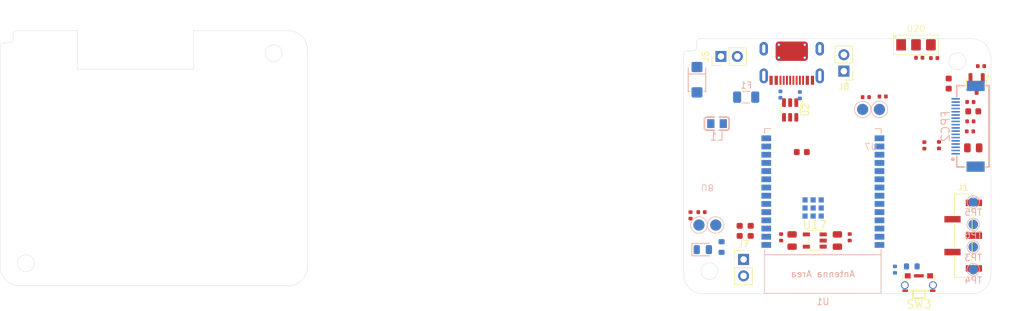
<source format=kicad_pcb>
(kicad_pcb (version 20241229) (generator "pcbnew") (generator_version "9.0")
  (layers (0 "F.Cu" signal) (2 "B.Cu" signal) (13 "F.Paste" user) (15 "B.Paste" user) (5 "F.SilkS" user "F.Silkscreen") (7 "B.SilkS" user "B.Silkscreen") (1 "F.Mask" user) (3 "B.Mask" user) (25 "Edge.Cuts" user))
  (net 0 "")
  (net 1 "+5V")
  (net 2 "GND")
  (net 3 "/VSYS")
  (net 4 "/BOOT")
  (net 5 "/EN")
  (net 6 "+3.3V")
  (net 7 "Net-(D1-Pad2)")
  (net 8 "Net-(D3-Pad2)")
  (net 9 "Net-(F1-Pad2)")
  (net 10 "Net-(F1-Pad1)")
  (net 11 "/LCD_MOSI")
  (net 12 "/LCD_DC")
  (net 13 "/TP_RST")
  (net 14 "/SCL")
  (net 15 "/TP_INT")
  (net 16 "/SDA")
  (net 17 "/LCD_CS")
  (net 18 "/LED_K")
  (net 19 "/LCD_RST")
  (net 20 "/LCD_SCLK")
  (net 21 "/D-")
  (net 22 "/D+")
  (net 24 "/CC1")
  (net 25 "/CC2")
  (net 27 "/PWM_LED")
  (net 28 "/SERVO_PWM")
  (net 29 "/INT_B")
  (net 30 "/PWR-KEY")
  (net 31 "Net-(Q4-D)")
  (net 32 "/LCD_BL")
  (net 33 "Net-(U20-B)")
  (net 34 "/Enc_B")
  (net 35 "Net-(U20-A)")
  (net 36 "/Enc_A")
  (net 37 "Net-(U1-U0TXD{slash}GPIO16)")
  (net 38 "Net-(U1-U0RXD{slash}GPIO17)")
  (net 41 "/USB_P")
  (net 43 "/USB_N")
  (footprint "PCM_JLCPCB:C_0603" (layer "F.Cu") (at 155.4 71.5 90)
    (property "Reference" "C12" (hide yes))
    (property "Value" "100nF")
    (pad "1" smd roundrect (at -0.78 0 90) (size 0.9 0.95) (layers "F.Cu" "F.Mask" "F.Paste") (net 6 "+3.3V"))
    (pad "2" smd roundrect (at 0.78 0 90) (size 0.9 0.95) (layers "F.Cu" "F.Mask" "F.Paste") (net 2 "GND"))
  )
  (footprint "PCM_JLCPCB:R_0402" (layer "F.Cu") (at 191.05 51.55)
    (property "Reference" "R22" (hide yes))
    (property "Value" "10kΩ" (hide yes))
    (pad "1" smd roundrect (at -0.5 0) (size 0.56 0.62) (layers "F.Cu" "F.Mask" "F.Paste") (net 18 "/LED_K"))
    (pad "2" smd roundrect (at 0.5 0) (size 0.56 0.62) (layers "F.Cu" "F.Mask" "F.Paste") (net 31 "Net-(Q4-D)"))
  )
  (footprint "ESP32_C6_libfoot:SOT-23-5_L3.0-W1.7-P0.95-LS2.8-BR" (layer "F.Cu") (at 167 73)
    (property "Reference" "U17" (at 0 -2.435 0) (layer "F.SilkS") (effects (font (size 1.27 1.27))))
    (property "Value" "ME6217C33M5G")
    (fp_line (start -0.9 -1.55) (end -0.9 -1.4041) (stroke (width 0.1)) (layer "F.SilkS"))
    (fp_line (start -0.9 -1.55) (end 0.9 -1.55) (stroke (width 0.1)) (layer "F.SilkS"))
    (fp_line (start -0.9 -0.4958) (end -0.9 0.4958) (stroke (width 0.1)) (layer "F.SilkS"))
    (fp_line (start -0.9 1.4041) (end -0.9 1.5501) (stroke (width 0.1)) (layer "F.SilkS"))
    (fp_line (start -0.9 1.5501) (end 0.9 1.5501) (stroke (width 0.1)) (layer "F.SilkS"))
    (fp_line (start 0.9 -1.55) (end 0.9 -1.4041) (stroke (width 0.1)) (layer "F.SilkS"))
    (fp_line (start 0.9 -0.4958) (end 0.9 -0.4542) (stroke (width 0.1)) (layer "F.SilkS"))
    (fp_line (start 0.9 0.4541) (end 0.9 0.4958) (stroke (width 0.1)) (layer "F.SilkS"))
    (fp_line (start 0.9 1.4041) (end 0.9 1.5501) (stroke (width 0.1)) (layer "F.SilkS"))
    (pad "1" smd rect (at 1.3001 0.95) (size 1.1 0.6) (layers "F.Cu" "F.Mask" "F.Paste") (net 3 "/VSYS"))
    (pad "2" smd rect (at 1.3001 0) (size 1.1 0.6) (layers "F.Cu" "F.Mask" "F.Paste") (net 2 "GND"))
    (pad "3" smd rect (at 1.3001 -0.95) (size 1.1 0.6) (layers "F.Cu" "F.Mask" "F.Paste") (net 3 "/VSYS"))
    (pad "4" smd rect (at -1.3001 -0.95) (size 1.1 0.6) (layers "F.Cu" "F.Mask" "F.Paste"))
    (pad "5" smd rect (at -1.3001 0.95) (size 1.1 0.6) (layers "F.Cu" "F.Mask" "F.Paste") (net 6 "+3.3V"))
    (zone (net 0) (net_name "") (layer "F.SilkS") (priority 100) (connect_pads yes (clearance 0)) (min_thickness 0) (fill (thermal_gap 0.5) (thermal_bridge_width 0.5))
      (polygon (pts (arc (start 167.204 74.016) (mid 167.381 73.836888) (end 167.558 74.016)) (arc (start 167.558 74.016) (mid 167.381 74.195112) (end 167.204 74.016))))
    )
  )
  (footprint "PCM_JLCPCB:R_0402" (layer "F.Cu") (at 177.5 50.7 180)
    (property "Reference" "R9" (hide yes))
    (property "Value" "10kΩ" (hide yes))
    (pad "1" smd roundrect (at -0.5 0 180) (size 0.56 0.62) (layers "F.Cu" "F.Mask" "F.Paste") (net 6 "+3.3V"))
    (pad "2" smd roundrect (at 0.5 0 180) (size 0.56 0.62) (layers "F.Cu" "F.Mask" "F.Paste") (net 4 "/BOOT"))
  )
  (footprint "PCM_JLCPCB:Q_SOT-23" (layer "F.Cu") (at 192.02 48.76 -90)
    (property "Reference" "Q4" (hide yes))
    (property "Value" "2N7002")
    (fp_line (start 0 1.56) (end -0.65 1.56) (stroke (width 0.15)) (layer "F.SilkS"))
    (fp_line (start 0 1.56) (end 0.65 1.56) (stroke (width 0.15)) (layer "F.SilkS"))
    (fp_line (start 0 -1.56) (end -0.65 -1.56) (stroke (width 0.15)) (layer "F.SilkS"))
    (fp_line (start 0 -1.56) (end 0.65 -1.56) (stroke (width 0.15)) (layer "F.SilkS"))
    (fp_poly (pts (xy -1.1625 -1.51) (xy -1.4025 -1.84) (xy -0.9225 -1.84) (xy -1.1625 -1.51)) (stroke (width 0.12)) (fill yes) (layer "F.SilkS"))
    (pad "1" smd roundrect (at -0.94 -0.95 270) (size 1.48 0.6) (layers "F.Cu" "F.Mask" "F.Paste") (net 32 "/LCD_BL"))
    (pad "2" smd roundrect (at -0.94 0.95 270) (size 1.48 0.6) (layers "F.Cu" "F.Mask" "F.Paste") (net 2 "GND"))
    (pad "3" smd roundrect (at 0.94 0 270) (size 1.48 0.6) (layers "F.Cu" "F.Mask" "F.Paste") (net 31 "Net-(Q4-D)"))
  )
  (footprint "ESP32_C6_libfoot:SW-SMD_GT-TC172A-H035-L1" (layer "F.Cu") (at 183.1 79.6116 180)
    (property "Reference" "SW3" (at 0 -3.262 0) (layer "F.SilkS") (effects (font (size 1.27 1.27))))
    (property "Value" "GT-TC172A-H035-L1 (PWR BTN)")
    (fp_line (start 2.413 1.143) (end 2.413 0.4439) (stroke (width 0.254)) (layer "F.SilkS"))
    (fp_line (start 2.4061 1.143) (end 2.413 1.143) (stroke (width 0.254)) (layer "F.SilkS"))
    (fp_line (start 1.4689 -1.15) (end -1.4689 -1.15) (stroke (width 0.254)) (layer "F.SilkS"))
    (fp_line (start 0.9812 1.143) (end 1.0439 1.143) (stroke (width 0.254)) (layer "F.SilkS"))
    (fp_line (start 0.9 -2.3) (end 0.9 -1.15) (stroke (width 0.254)) (layer "F.SilkS"))
    (fp_line (start -0.9 -2.3) (end 0.9 -2.3) (stroke (width 0.254)) (layer "F.SilkS"))
    (fp_line (start -0.9 -2.3) (end -0.9 -1.15) (stroke (width 0.254)) (layer "F.SilkS"))
    (fp_line (start -1.0439 1.143) (end -0.9812 1.143) (stroke (width 0.254)) (layer "F.SilkS"))
    (fp_line (start -2.413 1.143) (end -2.4061 1.143) (stroke (width 0.254)) (layer "F.SilkS"))
    (fp_line (start -2.413 0.508) (end -2.413 1.143) (stroke (width 0.254)) (layer "F.SilkS"))
    (pad "1" smd rect (at -1.7249 1.15 180) (size 0.9 0.8) (layers "F.Cu" "F.Mask" "F.Paste") (net 30 "/PWR-KEY"))
    (pad "2" smd rect (at 1.7249 1.15 180) (size 0.9 0.8) (layers "F.Cu" "F.Mask" "F.Paste") (net 2 "GND"))
    (pad "3" thru_hole oval (at -2.175 -0.3001 180) (size 1.2 1.2) (drill 0.9) (layers "*.Cu" "*.Mask"))
    (pad "3" smd rect (at -2.125 -1.15 180) (size 0.85 0.4) (layers "F.Cu" "F.Mask" "F.Paste"))
    (pad "3" smd rect (at 0 1.15 180) (size 1.5 0.5) (layers "F.Cu" "F.Mask" "F.Paste"))
    (pad "4" smd rect (at 2.125 -1.15 180) (size 0.85 0.4) (layers "F.Cu" "F.Mask" "F.Paste"))
    (pad "4" thru_hole oval (at 2.175 -0.3001 180) (size 1.2 1.2) (drill 0.9) (layers "*.Cu" "*.Mask"))
  )
  (footprint "PCM_JLCPCB:C_0603" (layer "F.Cu") (at 157.1 71.5 -90)
    (property "Reference" "C13" (hide yes))
    (property "Value" "10uF")
    (pad "1" smd roundrect (at -0.78 0 270) (size 0.9 0.95) (layers "F.Cu" "F.Mask" "F.Paste") (net 2 "GND"))
    (pad "2" smd roundrect (at 0.78 0 270) (size 0.9 0.95) (layers "F.Cu" "F.Mask" "F.Paste") (net 6 "+3.3V"))
  )
  (footprint "PCM_JLCPCB:R_0402" (layer "F.Cu") (at 191.05 54.55)
    (property "Reference" "R23" (hide yes))
    (property "Value" "10kΩ" (hide yes))
    (pad "1" smd roundrect (at -0.5 0) (size 0.56 0.62) (layers "F.Cu" "F.Mask" "F.Paste") (net 17 "/LCD_CS"))
    (pad "2" smd roundrect (at 0.5 0) (size 0.56 0.62) (layers "F.Cu" "F.Mask" "F.Paste") (net 2 "GND"))
  )
  (footprint "PCM_JLCPCB:C_0805" (layer "F.Cu") (at 163.5 73 -90)
    (property "Reference" "C5" (hide yes))
    (property "Value" "10uF")
    (pad "1" smd roundrect (at -0.95 0 270) (size 1 1.45) (layers "F.Cu" "F.Mask" "F.Paste") (net 6 "+3.3V"))
    (pad "2" smd roundrect (at 0.95 0 270) (size 1 1.45) (layers "F.Cu" "F.Mask" "F.Paste") (net 2 "GND"))
  )
  (footprint "Connector_PinHeader_2.54mm:PinHeader_1x02_P2.54mm_Vertical" (layer "F.Cu") (at 171.5 46.775 180)
    (property "Reference" "J8" (at 0 -2.38 0) (layer "F.SilkS"))
    (property "Value" "Conn_01x02")
    (fp_line (start 1.38 1.27) (end 1.38 3.92) (stroke (width 0.12)) (layer "F.SilkS"))
    (fp_line (start -1.38 3.92) (end 1.38 3.92) (stroke (width 0.12)) (layer "F.SilkS"))
    (fp_line (start -1.38 1.27) (end 1.38 1.27) (stroke (width 0.12)) (layer "F.SilkS"))
    (fp_line (start -1.38 1.27) (end -1.38 3.92) (stroke (width 0.12)) (layer "F.SilkS"))
    (fp_line (start -1.38 0) (end -1.38 -1.38) (stroke (width 0.12)) (layer "F.SilkS"))
    (fp_line (start -1.38 -1.38) (end 0 -1.38) (stroke (width 0.12)) (layer "F.SilkS"))
    (pad "1" thru_hole rect (at 0 0 180) (size 1.7 1.7) (drill 1) (layers "*.Cu" "*.Mask") (net 3 "/VSYS"))
    (pad "2" thru_hole circle (at 0 2.54 180) (size 1.7 1.7) (drill 1) (layers "*.Cu" "*.Mask") (net 2 "GND"))
  )
  (footprint "PCM_JLCPCB:C_0402" (layer "F.Cu") (at 172.4 72.5 -90)
    (property "Reference" "C23" (hide yes))
    (property "Value" "100nF")
    (pad "1" smd roundrect (at -0.5 0 270) (size 0.56 0.62) (layers "F.Cu" "F.Mask" "F.Paste") (net 3 "/VSYS"))
    (pad "2" smd roundrect (at 0.5 0 270) (size 0.56 0.62) (layers "F.Cu" "F.Mask" "F.Paste") (net 2 "GND"))
  )
  (footprint "PCM_JLCPCB:R_0402" (layer "F.Cu") (at 186.2 58.23 90)
    (property "Reference" "R26" (hide yes))
    (property "Value" "10kΩ" (hide yes))
    (pad "1" smd roundrect (at -0.5 0 90) (size 0.56 0.62) (layers "F.Cu" "F.Mask" "F.Paste") (net 6 "+3.3V"))
    (pad "2" smd roundrect (at 0.5 0 90) (size 0.56 0.62) (layers "F.Cu" "F.Mask" "F.Paste") (net 14 "/SCL"))
  )
  (footprint "PCM_JLCPCB:R_0402" (layer "F.Cu") (at 147.8 69.1 -90)
    (property "Reference" "R13" (hide yes))
    (property "Value" "10kΩ" (hide yes))
    (pad "1" smd roundrect (at -0.5 0 270) (size 0.56 0.62) (layers "F.Cu" "F.Mask" "F.Paste") (net 6 "+3.3V"))
    (pad "2" smd roundrect (at 0.5 0 270) (size 0.56 0.62) (layers "F.Cu" "F.Mask" "F.Paste") (net 5 "/EN"))
  )
  (footprint "Connector_PinHeader_2.54mm:PinHeader_1x02_P2.54mm_Vertical" (layer "F.Cu") (at 152.5 44.5 90)
    (property "Reference" "J5" (at 0 -2.38 90) (layer "F.SilkS"))
    (property "Value" "Conn_01x02")
    (fp_line (start -1.38 -1.38) (end 0 -1.38) (stroke (width 0.12)) (layer "F.SilkS"))
    (fp_line (start -1.38 0) (end -1.38 -1.38) (stroke (width 0.12)) (layer "F.SilkS"))
    (fp_line (start 1.38 1.27) (end 1.38 3.92) (stroke (width 0.12)) (layer "F.SilkS"))
    (fp_line (start -1.38 1.27) (end 1.38 1.27) (stroke (width 0.12)) (layer "F.SilkS"))
    (fp_line (start -1.38 1.27) (end -1.38 3.92) (stroke (width 0.12)) (layer "F.SilkS"))
    (fp_line (start -1.38 3.92) (end 1.38 3.92) (stroke (width 0.12)) (layer "F.SilkS"))
    (pad "1" thru_hole rect (at 0 0 90) (size 1.7 1.7) (drill 1) (layers "*.Cu" "*.Mask") (net 1 "+5V"))
    (pad "2" thru_hole circle (at 0 2.54 90) (size 1.7 1.7) (drill 1) (layers "*.Cu" "*.Mask") (net 2 "GND"))
  )
  (footprint "PCM_JLCPCB:C_0603" (layer "F.Cu") (at 191.5 53 180)
    (property "Reference" "C14" (hide yes))
    (property "Value" "100nF")
    (pad "1" smd roundrect (at -0.78 0 180) (size 0.9 0.95) (layers "F.Cu" "F.Mask" "F.Paste") (net 2 "GND"))
    (pad "2" smd roundrect (at 0.78 0 180) (size 0.9 0.95) (layers "F.Cu" "F.Mask" "F.Paste") (net 6 "+3.3V"))
  )
  (footprint "PCM_JLCPCB:TYPE-C-SMD_HX-TYPE-C-16PIN" (layer "F.Cu") (at 163.45 45.69 180)
    (property "Reference" "J3" (hide yes))
    (property "Value" "Connector, USB-TYPE-C-16P")
    (pad "" np_thru_hole circle (at -2.89 -1.3 180) (size 0.6 0.6) (drill 0.6) (layers "*.Cu" "*.Mask"))
    (pad "" np_thru_hole circle (at 2.89 -1.3 180) (size 0.6 0.6) (drill 0.6) (layers "*.Cu" "*.Mask"))
    (pad "A5" smd rect (at -1.25 -2.5 180) (size 0.3 1.4) (layers "F.Cu" "F.Mask" "F.Paste") (net 24 "/CC1"))
    (pad "A6" smd rect (at -0.25 -2.5 180) (size 0.3 1.4) (layers "F.Cu" "F.Mask" "F.Paste") (net 22 "/D+"))
    (pad "A7" smd rect (at 0.25 -2.5 180) (size 0.3 1.4) (layers "F.Cu" "F.Mask" "F.Paste") (net 21 "/D-"))
    (pad "A8" smd rect (at 1.25 -2.5 180) (size 0.3 1.4) (layers "F.Cu" "F.Mask" "F.Paste"))
    (pad "A9B4" smd rect (at 2.4 -2.5 180) (size 0.5 1.4) (layers "F.Cu" "F.Mask" "F.Paste") (net 10 "Net-(F1-Pad1)"))
    (pad "A12B1" smd rect (at 3.2 -2.5 180) (size 0.5 1.4) (layers "F.Cu" "F.Mask" "F.Paste") (net 2 "GND"))
    (pad "B5" smd rect (at 1.75 -2.5 180) (size 0.3 1.4) (layers "F.Cu" "F.Mask" "F.Paste") (net 25 "/CC2"))
    (pad "B6" smd rect (at 0.75 -2.5 180) (size 0.3 1.4) (layers "F.Cu" "F.Mask" "F.Paste") (net 22 "/D+"))
    (pad "B7" smd rect (at -0.75 -2.5 180) (size 0.3 1.4) (layers "F.Cu" "F.Mask" "F.Paste") (net 21 "/D-"))
    (pad "B8" smd rect (at -1.75 -2.5 180) (size 0.3 1.4) (layers "F.Cu" "F.Mask" "F.Paste"))
    (pad "B9A4" smd rect (at -2.4 -2.5 180) (size 0.5 1.4) (layers "F.Cu" "F.Mask" "F.Paste") (net 10 "Net-(F1-Pad1)"))
    (pad "B12A1" smd rect (at -3.2 -2.5 180) (size 0.5 1.4) (layers "F.Cu" "F.Mask" "F.Paste") (net 2 "GND"))
    (pad "S1" thru_hole oval (at -4.33 -1.82 180) (size 1.3 2.3) (drill oval 0.5 1.6) (layers "*.Cu" "*.Mask") (net 2 "GND"))
    (pad "S1" thru_hole oval (at -4.33 2.38 180) (size 1.3 2.1) (drill oval 0.5 1.3) (layers "*.Cu" "*.Mask") (net 2 "GND"))
    (pad "S1" thru_hole circle (at -2 1 180) (size 0.5 0.5) (drill 0.3) (layers "*.Cu" "*.Mask") (net 2 "GND"))
    (pad "S1" thru_hole circle (at -2 3 180) (size 0.5 0.5) (drill 0.3) (layers "*.Cu" "*.Mask") (net 2 "GND"))
    (pad "S1" smd roundrect (at 0 2 180) (size 5 3) (layers "F.Cu" "F.Mask" "F.Paste") (roundrect_rratio 0.1666666667) (net 2 "GND"))
    (pad "S1" thru_hole circle (at 2 1 180) (size 0.5 0.5) (drill 0.3) (layers "*.Cu" "*.Mask") (net 2 "GND"))
    (pad "S1" thru_hole circle (at 2 3 180) (size 0.5 0.5) (drill 0.3) (layers "*.Cu" "*.Mask") (net 2 "GND"))
    (pad "S1" thru_hole oval (at 4.33 -1.82 180) (size 1.3 2.3) (drill oval 0.5 1.6) (layers "*.Cu" "*.Mask") (net 2 "GND"))
    (pad "S1" thru_hole oval (at 4.33 2.38 180) (size 1.3 2.1) (drill oval 0.5 1.3) (layers "*.Cu" "*.Mask") (net 2 "GND"))
  )
  (footprint "PCM_JLCPCB:C_0402" (layer "F.Cu") (at 149.5 68.6)
    (property "Reference" "C4" (hide yes))
    (property "Value" "100nF")
    (pad "1" smd roundrect (at -0.5 0) (size 0.56 0.62) (layers "F.Cu" "F.Mask" "F.Paste") (net 5 "/EN"))
    (pad "2" smd roundrect (at 0.5 0) (size 0.56 0.62) (layers "F.Cu" "F.Mask" "F.Paste") (net 2 "GND"))
  )
  (footprint "PCM_JLCPCB:R_0402" (layer "F.Cu") (at 183.15 44.7)
    (property "Reference" "R29" (hide yes))
    (property "Value" "4.7kΩ" (hide yes))
    (pad "1" smd roundrect (at -0.5 0) (size 0.56 0.62) (layers "F.Cu" "F.Mask" "F.Paste") (net 35 "Net-(U20-A)"))
    (pad "2" smd roundrect (at 0.5 0) (size 0.56 0.62) (layers "F.Cu" "F.Mask" "F.Paste") (net 36 "/Enc_A"))
  )
  (footprint "PCM_JLCPCB:R_0402" (layer "F.Cu") (at 185.45 44.75 180)
    (property "Reference" "R12" (hide yes))
    (property "Value" "4.7kΩ" (hide yes))
    (pad "1" smd roundrect (at -0.5 0 180) (size 0.56 0.62) (layers "F.Cu" "F.Mask" "F.Paste") (net 34 "/Enc_B"))
    (pad "2" smd roundrect (at 0.5 0 180) (size 0.56 0.62) (layers "F.Cu" "F.Mask" "F.Paste") (net 33 "Net-(U20-B)"))
  )
  (footprint "Connector_PinHeader_2.54mm:PinHeader_1x05_P2.54mm_Vertical_SMD_Pin1Right" (layer "F.Cu") (at 189.945 72.24)
    (property "Reference" "J1" (at 0 -7.46 0) (layer "F.SilkS"))
    (property "Value" "Conn_01x05")
    (fp_line (start -1.38 -6.46) (end -1.38 -3.35) (stroke (width 0.12)) (layer "F.SilkS"))
    (fp_line (start -1.38 -6.46) (end 1.38 -6.46) (stroke (width 0.12)) (layer "F.SilkS"))
    (fp_line (start -1.38 -5.89) (end -1.38 -3.35) (stroke (width 0.12)) (layer "F.SilkS"))
    (fp_line (start -1.38 -1.73) (end -1.38 1.73) (stroke (width 0.12)) (layer "F.SilkS"))
    (fp_line (start -1.38 3.35) (end -1.38 6.46) (stroke (width 0.12)) (layer "F.SilkS"))
    (fp_line (start -1.38 5.89) (end -1.38 6.46) (stroke (width 0.12)) (layer "F.SilkS"))
    (fp_line (start -1.38 6.46) (end 1.38 6.46) (stroke (width 0.12)) (layer "F.SilkS"))
    (fp_line (start 1.38 -6.46) (end 1.38 -5.89) (stroke (width 0.12)) (layer "F.SilkS"))
    (fp_line (start 1.38 -5.89) (end 2.85 -5.89) (stroke (width 0.12)) (layer "F.SilkS"))
    (fp_line (start 1.38 -4.27) (end 1.38 -0.81) (stroke (width 0.12)) (layer "F.SilkS"))
    (fp_line (start 1.38 0.81) (end 1.38 4.27) (stroke (width 0.12)) (layer "F.SilkS"))
    (pad "1" smd rect (at 1.655 -5.08) (size 2.51 1) (layers "F.Cu" "F.Mask" "F.Paste") (net 16 "/SDA"))
    (pad "2" smd rect (at -1.655 -2.54) (size 2.51 1) (layers "F.Cu" "F.Mask" "F.Paste") (net 14 "/SCL"))
    (pad "3" smd rect (at 1.655 0) (size 2.51 1) (layers "F.Cu" "F.Mask" "F.Paste") (net 29 "/INT_B"))
    (pad "4" smd rect (at -1.655 2.54) (size 2.51 1) (layers "F.Cu" "F.Mask" "F.Paste") (net 28 "/SERVO_PWM"))
    (pad "5" smd rect (at 1.655 5.08) (size 2.51 1) (layers "F.Cu" "F.Mask" "F.Paste") (net 27 "/PWM_LED"))
  )
  (footprint "Package_TO_SOT_SMD:SOT-23-6" (layer "F.Cu") (at 163.2 52.7875 -90)
    (property "Reference" "U2" (at 0 -2.4 90) (layer "F.SilkS"))
    (property "Value" "USBLC6-2SC6")
    (fp_line (start 0 1.56) (end -0.8 1.56) (stroke (width 0.12)) (layer "F.SilkS"))
    (fp_line (start 0 1.56) (end 0.8 1.56) (stroke (width 0.12)) (layer "F.SilkS"))
    (fp_line (start 0 -1.56) (end -0.8 -1.56) (stroke (width 0.12)) (layer "F.SilkS"))
    (fp_line (start 0 -1.56) (end 0.8 -1.56) (stroke (width 0.12)) (layer "F.SilkS"))
    (fp_poly (pts (xy -1.3 -1.51) (xy -1.54 -1.84) (xy -1.06 -1.84)) (stroke (width 0.12)) (fill yes) (layer "F.SilkS"))
    (pad "1" smd roundrect (at -1.1375 -0.95 270) (size 1.325 0.6) (layers "F.Cu" "F.Mask" "F.Paste") (net 22 "/D+"))
    (pad "2" smd roundrect (at -1.1375 0 270) (size 1.325 0.6) (layers "F.Cu" "F.Mask" "F.Paste") (net 2 "GND"))
    (pad "3" smd roundrect (at -1.1375 0.95 270) (size 1.325 0.6) (layers "F.Cu" "F.Mask" "F.Paste") (net 21 "/D-"))
    (pad "4" smd roundrect (at 1.1375 0.95 270) (size 1.325 0.6) (layers "F.Cu" "F.Mask" "F.Paste") (net 43 "/USB_N"))
    (pad "5" smd roundrect (at 1.1375 0 270) (size 1.325 0.6) (layers "F.Cu" "F.Mask" "F.Paste") (net 1 "+5V"))
    (pad "6" smd roundrect (at 1.1375 -0.95 270) (size 1.325 0.6) (layers "F.Cu" "F.Mask" "F.Paste") (net 41 "/USB_P"))
  )
  (footprint "PCM_JLCPCB:C_0603" (layer "F.Cu") (at 165 59.3)
    (property "Reference" "C1" (hide yes))
    (property "Value" "100nF")
    (pad "1" smd roundrect (at -0.78 0) (size 0.9 0.95) (layers "F.Cu" "F.Mask" "F.Paste") (net 1 "+5V"))
    (pad "2" smd roundrect (at 0.78 0) (size 0.9 0.95) (layers "F.Cu" "F.Mask" "F.Paste") (net 2 "GND"))
  )
  (footprint "ESP32_C6_libfoot:Encoder_Connector_Pads" (layer "F.Cu") (at 182.65 42.7)
    (property "Reference" "U20" (at 0 -2.5 0) (layer "F.SilkS") (effects (font (thickness 0.1))))
    (property "Value" "Encoder")
    (fp_rect (start -3.5 -1.5) (end 3.5 1.5) (stroke (width 0.1)) (fill no) (layer "F.SilkS"))
    (fp_rect (start -3.49 -1.49) (end -3.11 -1.11) (stroke (width 0.1)) (fill yes) (layer "F.SilkS"))
    (pad "1" smd rect (at -2.3 0) (size 1.5 1.75) (layers "F.Cu" "F.Mask" "F.Paste") (net 2 "GND"))
    (pad "2" smd roundrect (at 0 0) (size 1.5 1.75) (layers "F.Cu" "F.Mask" "F.Paste") (roundrect_rratio 0.125) (net 35 "Net-(U20-A)"))
    (pad "3" smd roundrect (at 2.3 0) (size 1.5 1.75) (layers "F.Cu" "F.Mask" "F.Paste") (roundrect_rratio 0.125) (net 33 "Net-(U20-B)"))
  )
  (footprint "PCM_JLCPCB:R_0402" (layer "F.Cu") (at 183.94 58.27 90)
    (property "Reference" "R27" (hide yes))
    (property "Value" "10kΩ" (hide yes))
    (pad "1" smd roundrect (at -0.5 0 90) (size 0.56 0.62) (layers "F.Cu" "F.Mask" "F.Paste") (net 6 "+3.3V"))
    (pad "2" smd roundrect (at 0.5 0 90) (size 0.56 0.62) (layers "F.Cu" "F.Mask" "F.Paste") (net 16 "/SDA"))
  )
  (footprint "PCM_JLCPCB:C_0603" (layer "F.Cu") (at 187.7 48.7 90)
    (property "Reference" "C15" (hide yes))
    (property "Value" "100nF")
    (pad "1" smd roundrect (at -0.78 0 90) (size 0.9 0.95) (layers "F.Cu" "F.Mask" "F.Paste") (net 6 "+3.3V"))
    (pad "2" smd roundrect (at 0.78 0 90) (size 0.9 0.95) (layers "F.Cu" "F.Mask" "F.Paste") (net 2 "GND"))
  )
  (footprint "PCM_JLCPCB:R_0402" (layer "F.Cu") (at 192.7 46)
    (property "Reference" "R10" (hide yes))
    (property "Value" "10kΩ" (hide yes))
    (pad "1" smd roundrect (at -0.5 0) (size 0.56 0.62) (layers "F.Cu" "F.Mask" "F.Paste") (net 2 "GND"))
    (pad "2" smd roundrect (at 0.5 0) (size 0.56 0.62) (layers "F.Cu" "F.Mask" "F.Paste") (net 32 "/LCD_BL"))
  )
  (footprint "PCM_JLCPCB:R_0805" (layer "F.Cu") (at 191.5 58.65 180)
    (property "Reference" "R28" (hide yes))
    (property "Value" "0Ω")
    (pad "1" smd roundrect (at -0.91 0 180) (size 1.02 1.4) (layers "F.Cu" "F.Mask" "F.Paste") (roundrect_rratio 0.243902) (net 19 "/LCD_RST"))
    (pad "2" smd roundrect (at 0.91 0 180) (size 1.02 1.4) (layers "F.Cu" "F.Mask" "F.Paste") (roundrect_rratio 0.243902) (net 13 "/TP_RST"))
  )
  (footprint "PCM_JLCPCB:R_0402" (layer "F.Cu") (at 191 56.1)
    (property "Reference" "R24" (hide yes))
    (property "Value" "10kΩ" (hide yes))
    (pad "1" smd roundrect (at -0.5 0) (size 0.56 0.62) (layers "F.Cu" "F.Mask" "F.Paste") (net 19 "/LCD_RST"))
    (pad "2" smd roundrect (at 0.5 0) (size 0.56 0.62) (layers "F.Cu" "F.Mask" "F.Paste") (net 6 "+3.3V"))
  )
  (footprint "PCM_JLCPCB:C_0402" (layer "F.Cu") (at 161.8 72.5 -90)
    (property "Reference" "C25" (hide yes))
    (property "Value" "100nF")
    (pad "1" smd roundrect (at -0.5 0 270) (size 0.56 0.62) (layers "F.Cu" "F.Mask" "F.Paste") (net 6 "+3.3V"))
    (pad "2" smd roundrect (at 0.5 0 270) (size 0.56 0.62) (layers "F.Cu" "F.Mask" "F.Paste") (net 2 "GND"))
  )
  (footprint "Connector_PinHeader_2.54mm:PinHeader_1x02_P2.54mm_Vertical" (layer "F.Cu") (at 156 75.925)
    (property "Reference" "J7" (at 0 -2.38 0) (layer "F.SilkS"))
    (property "Value" "Conn_01x02")
    (fp_line (start -1.38 -1.38) (end 0 -1.38) (stroke (width 0.12)) (layer "F.SilkS"))
    (fp_line (start -1.38 0) (end -1.38 -1.38) (stroke (width 0.12)) (layer "F.SilkS"))
    (fp_line (start -1.38 1.27) (end -1.38 3.92) (stroke (width 0.12)) (layer "F.SilkS"))
    (fp_line (start -1.38 1.27) (end 1.38 1.27) (stroke (width 0.12)) (layer "F.SilkS"))
    (fp_line (start -1.38 3.92) (end 1.38 3.92) (stroke (width 0.12)) (layer "F.SilkS"))
    (fp_line (start 1.38 1.27) (end 1.38 3.92) (stroke (width 0.12)) (layer "F.SilkS"))
    (pad "1" thru_hole rect (at 0 0) (size 1.7 1.7) (drill 1) (layers "*.Cu" "*.Mask") (net 6 "+3.3V"))
    (pad "2" thru_hole circle (at 0 2.54) (size 1.7 1.7) (drill 1) (layers "*.Cu" "*.Mask") (net 2 "GND"))
  )
  (footprint "PCM_JLCPCB:C_0805" (layer "F.Cu") (at 170.5 73 -90)
    (property "Reference" "C2" (hide yes))
    (property "Value" "10uF")
    (pad "1" smd roundrect (at -0.95 0 270) (size 1 1.45) (layers "F.Cu" "F.Mask" "F.Paste") (net 3 "/VSYS"))
    (pad "2" smd roundrect (at 0.95 0 270) (size 1 1.45) (layers "F.Cu" "F.Mask" "F.Paste") (net 2 "GND"))
  )
  (footprint "PCM_JLCPCB:C_0402" (layer "F.Cu") (at 174.9 50.8 180)
    (property "Reference" "C3" (hide yes))
    (property "Value" "100nF")
    (pad "1" smd roundrect (at -0.5 0 180) (size 0.56 0.62) (layers "F.Cu" "F.Mask" "F.Paste") (net 4 "/BOOT"))
    (pad "2" smd roundrect (at 0.5 0 180) (size 0.56 0.62) (layers "F.Cu" "F.Mask" "F.Paste") (net 2 "GND"))
  )
  (footprint "TestPoint:TestPoint_Pad_D1.5mm" (layer "B.Cu") (at 191.5 74)
    (property "Reference" "TP3" (at 0 1.648 0) (layer "B.SilkS") (effects (justify mirror)))
    (property "Value" "TXD")
    (fp_circle (center 0 0) (end 0 -0.95) (stroke (width 0.12)) (fill no) (layer "B.SilkS"))
    (pad "1" smd circle (at 0 0) (size 1.5 1.5) (layers "B.Cu" "B.Mask") (net 37 "Net-(U1-U0TXD{slash}GPIO16)"))
  )
  (footprint "Fuse:Fuse_1206_3216Metric" (layer "B.Cu") (at 156.4 50.8 180)
    (property "Reference" "F1" (at 0 1.83 0) (layer "B.SilkS") (effects (justify mirror)))
    (property "Value" "Polyfuse 1A")
    (fp_line (start -0.602064 0.91) (end 0.602064 0.91) (stroke (width 0.12)) (layer "B.SilkS"))
    (fp_line (start -0.602064 -0.91) (end 0.602064 -0.91) (stroke (width 0.12)) (layer "B.SilkS"))
    (pad "1" smd roundrect (at -1.4 0 180) (size 1.25 1.75) (layers "B.Cu" "B.Mask" "B.Paste") (roundrect_rratio 0.2) (net 10 "Net-(F1-Pad1)"))
    (pad "2" smd roundrect (at 1.4 0 180) (size 1.25 1.75) (layers "B.Cu" "B.Mask" "B.Paste") (roundrect_rratio 0.2) (net 9 "Net-(F1-Pad2)"))
  )
  (footprint "TestPoint:TestPoint_Pad_D1.5mm" (layer "B.Cu") (at 191.5 70.5)
    (property "Reference" "TP6" (at 0 1.648 0) (layer "B.SilkS") (effects (justify mirror)))
    (property "Value" "3V3")
    (fp_circle (center 0 0) (end 0 -0.95) (stroke (width 0.12)) (fill no) (layer "B.SilkS"))
    (pad "1" smd circle (at 0 0) (size 1.5 1.5) (layers "B.Cu" "B.Mask") (net 6 "+3.3V"))
  )
  (footprint "PCM_JLCPCB:R_0402" (layer "B.Cu") (at 164.7 50.5 -90)
    (property "Reference" "R1" (hide yes))
    (property "Value" "5.1kΩ" (hide yes))
    (pad "1" smd roundrect (at -0.5 0 270) (size 0.56 0.62) (layers "B.Cu" "B.Mask" "B.Paste") (net 24 "/CC1"))
    (pad "2" smd roundrect (at 0.5 0 270) (size 0.56 0.62) (layers "B.Cu" "B.Mask" "B.Paste") (net 2 "GND"))
  )
  (footprint "ESP32_C6_libfoot:L0805" (layer "B.Cu") (at 151.9 54.9)
    (property "Reference" "L1" (at -0.0403 1.9779 0) (layer "B.SilkS") (effects (font (size 1.27 1.27)) (justify mirror)))
    (property "Value" "BLM21PG221SN1D")
    (fp_line (start -1.9453 -0.7621) (end -1.6913 -1.0161) (stroke (width 0.254)) (layer "B.SilkS"))
    (fp_line (start -1.9453 -0.6351) (end -1.9453 -0.7621) (stroke (width 0.254)) (layer "B.SilkS"))
    (fp_line (start -1.9453 0.7619) (end -1.9453 -0.6351) (stroke (width 0.254)) (layer "B.SilkS"))
    (fp_line (start -1.6913 -1.0161) (end -0.4213 -1.0161) (stroke (width 0.254)) (layer "B.SilkS"))
    (fp_line (start -1.6913 1.0159) (end -1.9453 0.7619) (stroke (width 0.254)) (layer "B.SilkS"))
    (fp_line (start -1.5643 1.0159) (end -1.6913 1.0159) (stroke (width 0.254)) (layer "B.SilkS"))
    (fp_line (start -0.4213 1.0159) (end -1.5643 1.0159) (stroke (width 0.254)) (layer "B.SilkS"))
    (fp_line (start 0.3407 -1.0161) (end 1.4837 -1.0161) (stroke (width 0.254)) (layer "B.SilkS"))
    (fp_line (start 1.4837 -1.0161) (end 1.6107 -1.0161) (stroke (width 0.254)) (layer "B.SilkS"))
    (fp_line (start 1.6107 -1.0161) (end 1.8647 -0.7621) (stroke (width 0.254)) (layer "B.SilkS"))
    (fp_line (start 1.6107 1.0159) (end 0.3407 1.0159) (stroke (width 0.254)) (layer "B.SilkS"))
    (fp_line (start 1.8647 -0.7621) (end 1.8647 0.6349) (stroke (width 0.254)) (layer "B.SilkS"))
    (fp_line (start 1.8647 0.6349) (end 1.8647 0.7619) (stroke (width 0.254)) (layer "B.SilkS"))
    (fp_line (start 1.8647 0.7619) (end 1.6107 1.0159) (stroke (width 0.254)) (layer "B.SilkS"))
    (pad "1" smd rect (at -0.9662 0) (size 1.1325 1.377) (layers "B.Cu" "B.Mask" "B.Paste") (net 7 "Net-(D1-Pad2)"))
    (pad "2" smd rect (at 0.9662 0) (size 1.1325 1.377) (layers "B.Cu" "B.Mask" "B.Paste") (net 9 "Net-(F1-Pad2)"))
  )
  (footprint "PCM_Espressif:ESP32-C6-WROOM-1" (layer "B.Cu") (at 168.255 65.42)
    (property "Reference" "U1" (at 0 17.05 0) (layer "B.SilkS") (effects (justify mirror)))
    (property "Value" "ESP32-C6-WROOM-1")
    (fp_line (start -9 -9.75) (end -8 -9.75) (stroke (width 0.12)) (layer "B.SilkS"))
    (fp_line (start -9 -9) (end -9 -9.75) (stroke (width 0.12)) (layer "B.SilkS"))
    (fp_line (start -9 15.75) (end -9 9) (stroke (width 0.12)) (layer "B.SilkS"))
    (fp_line (start -9 15.75) (end 9 15.75) (stroke (width 0.12)) (layer "B.SilkS"))
    (fp_line (start 9 -9.75) (end 8 -9.75) (stroke (width 0.12)) (layer "B.SilkS"))
    (fp_line (start 9 -9) (end 9 -9.75) (stroke (width 0.12)) (layer "B.SilkS"))
    (fp_line (start 9 9.75) (end -9 9.75) (stroke (width 0.12)) (layer "B.SilkS"))
    (fp_line (start 9 15.75) (end 9 9) (stroke (width 0.12)) (layer "B.SilkS"))
    (fp_text user "Antenna Area" (at 0 12.75 0) (layer "B.SilkS") (effects (justify mirror)))
    (pad "1" smd rect (at -8.75 8.26) (size 1.5 0.9) (layers "B.Cu" "B.Mask" "B.Paste") (net 2 "GND"))
    (pad "2" smd rect (at -8.75 6.99) (size 1.5 0.9) (layers "B.Cu" "B.Mask" "B.Paste") (net 6 "+3.3V"))
    (pad "3" smd rect (at -8.75 5.72) (size 1.5 0.9) (layers "B.Cu" "B.Mask" "B.Paste") (net 5 "/EN"))
    (pad "4" smd rect (at -8.75 4.45) (size 1.5 0.9) (layers "B.Cu" "B.Mask" "B.Paste") (net 30 "/PWR-KEY"))
    (pad "5" smd rect (at -8.75 3.18) (size 1.5 0.9) (layers "B.Cu" "B.Mask" "B.Paste"))
    (pad "6" smd rect (at -8.75 1.91) (size 1.5 0.9) (layers "B.Cu" "B.Mask" "B.Paste") (net 16 "/SDA"))
    (pad "7" smd rect (at -8.75 0.64) (size 1.5 0.9) (layers "B.Cu" "B.Mask" "B.Paste") (net 14 "/SCL"))
    (pad "8" smd rect (at -8.75 -0.63) (size 1.5 0.9) (layers "B.Cu" "B.Mask" "B.Paste") (net 29 "/INT_B"))
    (pad "9" smd rect (at -8.75 -1.9) (size 1.5 0.9) (layers "B.Cu" "B.Mask" "B.Paste") (net 28 "/SERVO_PWM"))
    (pad "10" smd rect (at -8.75 -3.17) (size 1.5 0.9) (layers "B.Cu" "B.Mask" "B.Paste") (net 27 "/PWM_LED"))
    (pad "11" smd rect (at -8.75 -4.44) (size 1.5 0.9) (layers "B.Cu" "B.Mask" "B.Paste") (net 36 "/Enc_A"))
    (pad "12" smd rect (at -8.75 -5.71) (size 1.5 0.9) (layers "B.Cu" "B.Mask" "B.Paste") (net 15 "/TP_INT"))
    (pad "13" smd rect (at -8.75 -6.98) (size 1.5 0.9) (layers "B.Cu" "B.Mask" "B.Paste") (net 43 "/USB_N"))
    (pad "14" smd rect (at -8.75 -8.25) (size 1.5 0.9) (layers "B.Cu" "B.Mask" "B.Paste") (net 41 "/USB_P"))
    (pad "15" smd rect (at 8.75 -8.25 180) (size 1.5 0.9) (layers "B.Cu" "B.Mask" "B.Paste") (net 4 "/BOOT"))
    (pad "16" smd rect (at 8.75 -6.98 180) (size 1.5 0.9) (layers "B.Cu" "B.Mask" "B.Paste"))
    (pad "17" smd rect (at 8.75 -5.71 180) (size 1.5 0.9) (layers "B.Cu" "B.Mask" "B.Paste"))
    (pad "18" smd rect (at 8.75 -4.44 180) (size 1.5 0.9) (layers "B.Cu" "B.Mask" "B.Paste") (net 19 "/LCD_RST"))
    (pad "19" smd rect (at 8.75 -3.17 180) (size 1.5 0.9) (layers "B.Cu" "B.Mask" "B.Paste") (net 32 "/LCD_BL"))
    (pad "20" smd rect (at 8.75 -1.9 180) (size 1.5 0.9) (layers "B.Cu" "B.Mask" "B.Paste") (net 17 "/LCD_CS"))
    (pad "21" smd rect (at 8.75 -0.63 180) (size 1.5 0.9) (layers "B.Cu" "B.Mask" "B.Paste") (net 12 "/LCD_DC"))
    (pad "22" smd rect (at 8.75 0.64 180) (size 1.5 0.9) (layers "B.Cu" "B.Mask" "B.Paste"))
    (pad "23" smd rect (at 8.75 1.91 180) (size 1.5 0.9) (layers "B.Cu" "B.Mask" "B.Paste") (net 34 "/Enc_B"))
    (pad "24" smd rect (at 8.75 3.18 180) (size 1.5 0.9) (layers "B.Cu" "B.Mask" "B.Paste") (net 38 "Net-(U1-U0RXD{slash}GPIO17)"))
    (pad "25" smd rect (at 8.75 4.45 180) (size 1.5 0.9) (layers "B.Cu" "B.Mask" "B.Paste") (net 37 "Net-(U1-U0TXD{slash}GPIO16)"))
    (pad "26" smd rect (at 8.75 5.72 180) (size 1.5 0.9) (layers "B.Cu" "B.Mask" "B.Paste") (net 11 "/LCD_MOSI"))
    (pad "27" smd rect (at 8.75 6.99 180) (size 1.5 0.9) (layers "B.Cu" "B.Mask" "B.Paste") (net 20 "/LCD_SCLK"))
    (pad "28" smd rect (at 8.75 8.26 180) (size 1.5 0.9) (layers "B.Cu" "B.Mask" "B.Paste") (net 2 "GND"))
    (pad "29" smd rect (at -2.755 1.29 180) (size 0.8 0.8) (layers "B.Cu" "B.Mask" "B.Paste") (net 2 "GND"))
    (pad "29" smd rect (at -2.755 2.54 180) (size 0.8 0.8) (layers "B.Cu" "B.Mask" "B.Paste") (net 2 "GND"))
    (pad "29" smd rect (at -2.755 3.79 180) (size 0.8 0.8) (layers "B.Cu" "B.Mask" "B.Paste") (net 2 "GND"))
    (pad "29" smd rect (at -1.505 1.29 180) (size 0.8 0.8) (layers "B.Cu" "B.Mask" "B.Paste") (net 2 "GND"))
    (pad "29" smd rect (at -1.505 2.54 180) (size 0.8 0.8) (layers "B.Cu" "B.Mask" "B.Paste") (net 2 "GND"))
    (pad "29" smd rect (at -1.505 3.79 180) (size 0.8 0.8) (layers "B.Cu" "B.Mask" "B.Paste") (net 2 "GND"))
    (pad "29" smd rect (at -0.255 1.29 180) (size 0.8 0.8) (layers "B.Cu" "B.Mask" "B.Paste") (net 2 "GND"))
    (pad "29" smd rect (at -0.255 2.54 180) (size 0.8 0.8) (layers "B.Cu" "B.Mask" "B.Paste") (net 2 "GND"))
    (pad "29" smd rect (at -0.255 3.79 180) (size 0.8 0.8) (layers "B.Cu" "B.Mask" "B.Paste") (net 2 "GND"))
  )
  (footprint "PCM_JLCPCB:R_0402" (layer "B.Cu") (at 161.7 50.4 -90)
    (property "Reference" "R21" (hide yes))
    (property "Value" "5.1kΩ" (hide yes))
    (pad "1" smd roundrect (at -0.5 0 270) (size 0.56 0.62) (layers "B.Cu" "B.Mask" "B.Paste") (net 25 "/CC2"))
    (pad "2" smd roundrect (at 0.5 0 270) (size 0.56 0.62) (layers "B.Cu" "B.Mask" "B.Paste") (net 2 "GND"))
  )
  (footprint "PCM_JLCPCB:R_0603" (layer "B.Cu") (at 152.6 74 -90)
    (property "Reference" "R5" (hide yes))
    (property "Value" "1kΩ")
    (pad "1" smd roundrect (at -0.82 0 270) (size 0.8 0.95) (layers "B.Cu" "B.Mask" "B.Paste") (net 6 "+3.3V"))
    (pad "2" smd roundrect (at 0.82 0 270) (size 0.8 0.95) (layers "B.Cu" "B.Mask" "B.Paste") (net 8 "Net-(D3-Pad2)"))
  )
  (footprint "ESP32_C6_libfoot:TP_1.75mm_2Points" (layer "B.Cu") (at 175.7 52.7 180)
    (property "Reference" "U7" (at 0 -5.8 0) (layer "B.SilkS") (effects (font (thickness 0.1)) (justify mirror)))
    (property "Value" "BOOT")
    (fp_circle (center 1.284705 0) (end 2.559705 0) (stroke (width 0.1)) (fill no) (layer "B.SilkS"))
    (fp_circle (center -1.3 0) (end -0.025 0) (stroke (width 0.1)) (fill no) (layer "B.SilkS"))
    (pad "1" smd circle (at -1.3 0 180) (size 1.75 1.75) (layers "B.Cu" "B.Mask" "B.Paste") (net 4 "/BOOT"))
    (pad "2" smd circle (at 1.3 0 180) (size 1.75 1.75) (layers "B.Cu" "B.Mask" "B.Paste") (net 2 "GND"))
  )
  (footprint "PCM_JLCPCB:D_SMAF" (layer "B.Cu") (at 148.8 48.1 -90)
    (property "Reference" "D1" (hide yes))
    (property "Value" "SS14F")
    (fp_line (start -1.83 1.35) (end 1.83 1.35) (stroke (width 0.15)) (layer "B.SilkS"))
    (fp_line (start -0.89 1.35) (end -0.89 -1.35) (stroke (width 0.15)) (layer "B.SilkS"))
    (fp_line (start 1.83 1.35) (end 1.83 1.03) (stroke (width 0.15)) (layer "B.SilkS"))
    (fp_line (start 1.83 -1.03) (end 1.83 -1.35) (stroke (width 0.15)) (layer "B.SilkS"))
    (fp_line (start -1.83 -1.35) (end 1.83 -1.35) (stroke (width 0.15)) (layer "B.SilkS"))
    (pad "1" smd roundrect (at -1.96 0 90) (size 1.6 1.7) (layers "B.Cu" "B.Mask" "B.Paste") (roundrect_rratio 0.15625) (net 1 "+5V"))
    (pad "2" smd roundrect (at 1.96 0 90) (size 1.6 1.7) (layers "B.Cu" "B.Mask" "B.Paste") (roundrect_rratio 0.15625) (net 7 "Net-(D1-Pad2)"))
  )
  (footprint "PCM_JLCPCB:C_0402" (layer "B.Cu") (at 179.4 77.5 -90)
    (property "Reference" "C6" (hide yes))
    (property "Value" "100nF")
    (pad "1" smd roundrect (at -0.5 0 270) (size 0.56 0.62) (layers "B.Cu" "B.Mask" "B.Paste") (net 30 "/PWR-KEY"))
    (pad "2" smd roundrect (at 0.5 0 270) (size 0.56 0.62) (layers "B.Cu" "B.Mask" "B.Paste") (net 2 "GND"))
  )
  (footprint "TestPoint:TestPoint_Pad_D1.5mm" (layer "B.Cu") (at 191.5 77.5)
    (property "Reference" "TP4" (at 0 1.648 0) (layer "B.SilkS") (effects (justify mirror)))
    (property "Value" "RXD")
    (fp_circle (center 0 0) (end 0 -0.95) (stroke (width 0.12)) (fill no) (layer "B.SilkS"))
    (pad "1" smd circle (at 0 0) (size 1.5 1.5) (layers "B.Cu" "B.Mask") (net 38 "Net-(U1-U0RXD{slash}GPIO17)"))
  )
  (footprint "RS1_FPC:FPC-SMD_18P-P0.50_ZX-0.5FPC-2H-HFJ18P" (layer "B.Cu") (at 190.32 55.31 -90)
    (property "Reference" "FPC2" (at 0.00005 3.1101 90) (layer "B.SilkS") (effects (font (size 1.27 1.27)) (justify mirror)))
    (property "Value" "X05A15L18T")
    (fp_line (start -6.2999 1.375) (end -6.2999 0.1149) (stroke (width 0.254)) (layer "B.SilkS"))
    (fp_line (start -4.6061 1.375) (end -6.2999 1.375) (stroke (width 0.254)) (layer "B.SilkS"))
    (fp_line (start 6.2001 1.375) (end 4.6061 1.375) (stroke (width 0.254)) (layer "B.SilkS"))
    (fp_line (start 6.3001 0.1149) (end 6.3001 1.375) (stroke (width 0.254)) (layer "B.SilkS"))
    (fp_line (start -6.2999 -3.1473) (end -6.2999 -3.625) (stroke (width 0.254)) (layer "B.SilkS"))
    (fp_line (start -6.2999 -3.625) (end 6.3001 -3.625) (stroke (width 0.254)) (layer "B.SilkS"))
    (fp_line (start 6.3001 -3.625) (end 6.3001 -3.1473) (stroke (width 0.254)) (layer "B.SilkS"))
    (fp_circle (center 5.1003 1.975) (end 5.2504 1.975) (stroke (width 0.3)) (fill no) (layer "B.SilkS"))
    (pad "1" smd rect (at 4.2501 1.5402 270) (size 0.25 1.3) (layers "B.Cu" "B.Mask" "B.Paste") (net 2 "GND"))
    (pad "2" smd rect (at 3.75 1.5402 270) (size 0.25 1.3) (layers "B.Cu" "B.Mask" "B.Paste") (net 6 "+3.3V"))
    (pad "3" smd rect (at 3.2499 1.5402 270) (size 0.25 1.3) (layers "B.Cu" "B.Mask" "B.Paste") (net 15 "/TP_INT"))
    (pad "4" smd rect (at 2.75 1.5402 270) (size 0.25 1.3) (layers "B.Cu" "B.Mask" "B.Paste") (net 13 "/TP_RST"))
    (pad "5" smd rect (at 2.2501 1.5402 270) (size 0.25 1.3) (layers "B.Cu" "B.Mask" "B.Paste") (net 16 "/SDA"))
    (pad "6" smd rect (at 1.75 1.5402 270) (size 0.25 1.3) (layers "B.Cu" "B.Mask" "B.Paste") (net 14 "/SCL"))
    (pad "7" smd rect (at 1.2501 1.5402 270) (size 0.25 1.3) (layers "B.Cu" "B.Mask" "B.Paste") (net 2 "GND"))
    (pad "8" smd rect (at 0.75 1.5402 270) (size 0.25 1.3) (layers "B.Cu" "B.Mask" "B.Paste") (net 19 "/LCD_RST"))
    (pad "9" smd rect (at 0.2501 1.5402 270) (size 0.25 1.3) (layers "B.Cu" "B.Mask" "B.Paste") (net 11 "/LCD_MOSI"))
    (pad "10" smd rect (at -0.25 1.5402 270) (size 0.25 1.3) (layers "B.Cu" "B.Mask" "B.Paste") (net 20 "/LCD_SCLK"))
    (pad "11" smd rect (at -0.7499 1.5402 270) (size 0.25 1.3) (layers "B.Cu" "B.Mask" "B.Paste") (net 17 "/LCD_CS"))
    (pad "12" smd rect (at -1.25 1.5402 270) (size 0.25 1.3) (layers "B.Cu" "B.Mask" "B.Paste") (net 12 "/LCD_DC"))
    (pad "13" smd rect (at -1.7499 1.5402 270) (size 0.25 1.3) (layers "B.Cu" "B.Mask" "B.Paste") (net 2 "GND"))
    (pad "14" smd rect (at -2.25 1.5402 270) (size 0.25 1.3) (layers "B.Cu" "B.Mask" "B.Paste") (net 2 "GND"))
    (pad "15" smd rect (at -2.7501 1.5402 270) (size 0.25 1.3) (layers "B.Cu" "B.Mask" "B.Paste") (net 6 "+3.3V"))
    (pad "16" smd rect (at -3.25 1.5402 270) (size 0.25 1.3) (layers "B.Cu" "B.Mask" "B.Paste") (net 6 "+3.3V"))
    (pad "17" smd rect (at -3.7501 1.5402 270) (size 0.25 1.3) (layers "B.Cu" "B.Mask" "B.Paste") (net 18 "/LED_K"))
    (pad "18" smd rect (at -4.25 1.5402 270) (size 0.25 1.3) (layers "B.Cu" "B.Mask" "B.Paste") (net 2 "GND"))
    (pad "19" smd rect (at -6.25 -1.5401 270) (size 1.6 2.8) (layers "B.Cu" "B.Mask" "B.Paste") (net 2 "GND"))
    (pad "20" smd rect (at 6.2501 -1.5401 270) (size 1.6 2.8) (layers "B.Cu" "B.Mask" "B.Paste") (net 2 "GND"))
  )
  (footprint "ESP32_C6_libfoot:TP_1.75mm_2Points" (layer "B.Cu") (at 150.4 70.6)
    (property "Reference" "U8" (at 0 -5.8 180) (layer "B.SilkS") (effects (font (thickness 0.1)) (justify mirror)))
    (property "Value" "RST")
    (fp_circle (center -1.3 0) (end -0.025 0) (stroke (width 0.1)) (fill no) (layer "B.SilkS"))
    (fp_circle (center 1.284705 0) (end 2.559705 0) (stroke (width 0.1)) (fill no) (layer "B.SilkS"))
    (pad "1" smd circle (at -1.3 0) (size 1.75 1.75) (layers "B.Cu" "B.Mask" "B.Paste") (net 5 "/EN"))
    (pad "2" smd circle (at 1.3 0) (size 1.75 1.75) (layers "B.Cu" "B.Mask" "B.Paste") (net 2 "GND"))
  )
  (footprint "TestPoint:TestPoint_Pad_D1.5mm" (layer "B.Cu") (at 191.5 67)
    (property "Reference" "TP5" (at 0 1.648 0) (layer "B.SilkS") (effects (justify mirror)))
    (property "Value" "GND")
    (fp_circle (center 0 0) (end 0 -0.95) (stroke (width 0.12)) (fill no) (layer "B.SilkS"))
    (pad "1" smd circle (at 0 0) (size 1.5 1.5) (layers "B.Cu" "B.Mask") (net 2 "GND"))
  )
  (footprint "PCM_JLCPCB:R_0603" (layer "B.Cu") (at 182 77 180)
    (property "Reference" "R2" (hide yes))
    (property "Value" "10kΩ")
    (pad "1" smd roundrect (at -0.82 0 180) (size 0.8 0.95) (layers "B.Cu" "B.Mask" "B.Paste") (net 6 "+3.3V"))
    (pad "2" smd roundrect (at 0.82 0 180) (size 0.8 0.95) (layers "B.Cu" "B.Mask" "B.Paste") (net 30 "/PWR-KEY"))
  )
  (footprint "PCM_JLCPCB:D_0805" (layer "B.Cu") (at 149.7 74.4)
    (property "Reference" "D3" (hide yes))
    (property "Value" "Green")
    (fp_line (start -1.69 -0.96) (end 1 -0.96) (stroke (width 0.15)) (layer "B.SilkS"))
    (fp_line (start -1.69 0.96) (end -1.69 -0.96) (stroke (width 0.15)) (layer "B.SilkS"))
    (fp_line (start 1 0.96) (end -1.69 0.96) (stroke (width 0.15)) (layer "B.SilkS"))
    (pad "1" smd roundrect (at -0.94 0) (size 0.97 1.4) (layers "B.Cu" "B.Mask" "B.Paste") (net 2 "GND"))
    (pad "2" smd roundrect (at 0.94 0) (size 0.97 1.4) (layers "B.Cu" "B.Mask" "B.Paste") (net 8 "Net-(D3-Pad2)"))
  )
  (gr_line (start 70.4 80) (end 85.6 80) (stroke (width 0.05)) (layer "Edge.Cuts"))
  (gr_line (start 41.69715 42.392132) (end 42.51 42.387868) (stroke (width 0.05)) (layer "Edge.Cuts"))
  (gr_line (start 88.59868 43.510954) (end 88.59868 77) (stroke (width 0.05)) (layer "Edge.Cuts"))
  (gr_line (start 43.716196 40.502132) (end 53 40.502132) (stroke (width 0.05)) (layer "Edge.Cuts"))
  (gr_arc (start 44.1 80) (mid 41.97868 79.12132) (end 41.1 77) (stroke (width 0.05)) (layer "Edge.Cuts"))
  (gr_circle (center 45.07 76.499962) (end 46.37 76.509962) (stroke (width 0.05)) (fill no) (layer "Edge.Cuts"))
  (gr_line (start 149.357516 41.746655) (end 158.64132 41.746655) (stroke (width 0.05)) (layer "Edge.Cuts"))
  (gr_line (start 43.11 41.787868) (end 43.11 41.102132) (stroke (width 0.05)) (layer "Edge.Cuts"))
  (gr_circle (center 189.04132 45.244523) (end 190.34132 45.244523) (stroke (width 0.05)) (fill no) (layer "Edge.Cuts"))
  (gr_arc (start 41.1 42.96) (mid 41.285808 42.558061) (end 41.69715 42.394118) (stroke (width 0.05)) (layer "Edge.Cuts"))
  (gr_arc (start 146.74132 44.204523) (mid 146.927128 43.802584) (end 147.33847 43.638641) (stroke (width 0.05)) (layer "Edge.Cuts"))
  (gr_line (start 149.74132 81.244523) (end 159.25 81.244523) (stroke (width 0.05)) (layer "Edge.Cuts"))
  (gr_line (start 71 40.502132) (end 85.59868 40.502132) (stroke (width 0.05)) (layer "Edge.Cuts"))
  (gr_circle (center 150.71132 77.744485) (end 152.01132 77.754485) (stroke (width 0.05)) (fill no) (layer "Edge.Cuts"))
  (gr_arc (start 191.24 41.744503) (mid 193.365204 42.627065) (end 194.24 44.755477) (stroke (width 0.05)) (layer "Edge.Cuts"))
  (gr_line (start 177.25 81.237261) (end 191.24132 81.244523) (stroke (width 0.05)) (layer "Edge.Cuts"))
  (gr_arc (start 85.59868 40.49998) (mid 87.723884 41.382542) (end 88.59868 43.510954) (stroke (width 0.05)) (layer "Edge.Cuts"))
  (gr_line (start 41.1 42.96) (end 41.1 77) (stroke (width 0.05)) (layer "Edge.Cuts"))
  (gr_line (start 53 46.5) (end 53 40.502132) (stroke (width 0.05)) (layer "Edge.Cuts"))
  (gr_line (start 194.24 44.755477) (end 194.24 78.244523) (stroke (width 0.05)) (layer "Edge.Cuts"))
  (gr_arc (start 88.6 76.999881) (mid 87.721362 79.121278) (end 85.6 80) (stroke (width 0.05)) (layer "Edge.Cuts"))
  (gr_line (start 44.1 80) (end 70.4 80) (stroke (width 0.05)) (layer "Edge.Cuts"))
  (gr_line (start 177.25 75.262738) (end 159.25 75.262738) (stroke (width 0.05)) (layer "Edge.Cuts"))
  (gr_line (start 159.25 81.244523) (end 159.25 75.262738) (stroke (width 0.05)) (layer "Edge.Cuts"))
  (gr_line (start 147.33847 43.636655) (end 148.15132 43.632391) (stroke (width 0.05)) (layer "Edge.Cuts"))
  (gr_line (start 177.25 75.262738) (end 177.25 81.237261) (stroke (width 0.05)) (layer "Edge.Cuts"))
  (gr_line (start 71 46.5) (end 53 46.5) (stroke (width 0.05)) (layer "Edge.Cuts"))
  (gr_arc (start 148.75132 42.346655) (mid 148.927056 41.922391) (end 149.35132 41.746655) (stroke (width 0.05)) (layer "Edge.Cuts"))
  (gr_line (start 158.64132 41.746655) (end 191.24 41.746655) (stroke (width 0.05)) (layer "Edge.Cuts"))
  (gr_arc (start 43.11 41.787868) (mid 42.934264 42.212132) (end 42.51 42.387868) (stroke (width 0.05)) (layer "Edge.Cuts"))
  (gr_line (start 146.74132 44.204523) (end 146.74132 78.244523) (stroke (width 0.05)) (layer "Edge.Cuts"))
  (gr_arc (start 194.24132 78.244404) (mid 193.362682 80.365801) (end 191.24132 81.244523) (stroke (width 0.05)) (layer "Edge.Cuts"))
  (gr_line (start 148.75132 43.032391) (end 148.75132 42.346655) (stroke (width 0.05)) (layer "Edge.Cuts"))
  (gr_arc (start 148.75132 43.032391) (mid 148.575584 43.456655) (end 148.15132 43.632391) (stroke (width 0.05)) (layer "Edge.Cuts"))
  (gr_arc (start 43.11 41.102132) (mid 43.285736 40.677868) (end 43.71 40.502132) (stroke (width 0.05)) (layer "Edge.Cuts"))
  (gr_circle (center 83.4 44) (end 84.7 44) (stroke (width 0.05)) (fill no) (layer "Edge.Cuts"))
  (gr_line (start 71 40.502132) (end 71 46.5) (stroke (width 0.05)) (layer "Edge.Cuts"))
  (gr_arc (start 149.74132 81.244523) (mid 147.62 80.365843) (end 146.74132 78.244523) (stroke (width 0.05)) (layer "Edge.Cuts"))
  (segment (start 183.94 58.77) (end 184.101 58.931) (width 0.2) (layer "F.Cu") (net 6))
  (segment (start 185.999 58.931) (end 186.2 58.73) (width 0.2) (layer "F.Cu") (net 6))
  (segment (start 183.94 57.77) (end 183.93 57.77) (width 0.2) (layer "F.Cu") (net 16))
)
</source>
